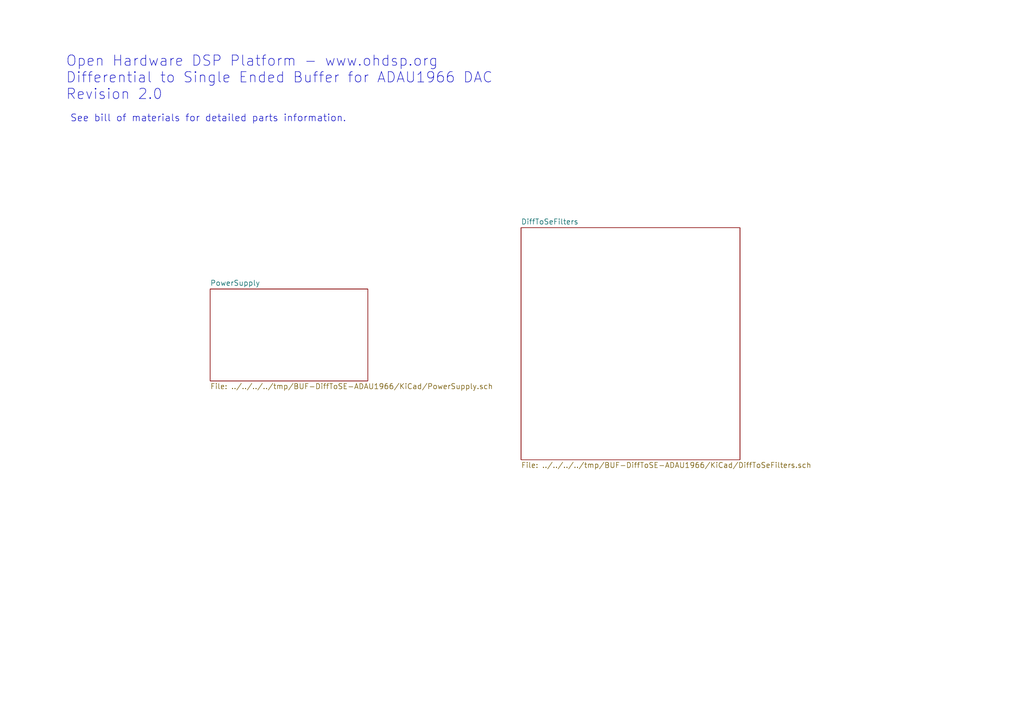
<source format=kicad_sch>
(kicad_sch (version 20230121) (generator eeschema)
  (paper "A4")
  (title_block (title "Differential to Single Ended Buffer for ADAU1966 DAC") (date "2016-05-25") (rev "2.0") (company "Open Hardware DSP Platform - www.ohdsp.org") (comment 1 "MERCHANTABILITY, SATISFACTORY QUALITY AND FITNESS FOR A PARTICULAR PURPOSE.") (comment 2 "is distributed WITHOUT ANY EXPRESS OR IMPLIED WARRANTY, INCLUDING OF") (comment 3 "Licensed under the TAPR Open Hardware License (www.tapr.org/OHL). This documentation") (comment 4 "Copyright Paul Janicki 2016"))
  (lib_symbols)
  (text "Open Hardware DSP Platform - www.ohdsp.org\nDifferential to Single Ended Buffer for ADAU1966 DAC\nRevision 2.0" (at 19.05 29.21 0) (effects (font (size 2.9972 2.9972)) (justify left bottom)))
  (text "See bill of materials for detailed parts information." (at 20.32 35.56 0) (effects (font (size 2.0066 2.0066)) (justify left bottom)))
  (sheet (at 60.96 83.82) (size 45.72 26.67)
    (property "Sheetname" "PowerSupply" (at 60.96 82.9814 0) (effects (font (size 1.524 1.524)) (justify left bottom)))
    (property "Sheetfile" "../../../../tmp/BUF-DiffToSE-ADAU1966/KiCad/PowerSupply.sch" (at 60.96 111.1762 0) (effects (font (size 1.524 1.524)) (justify left top)))
  )
  (sheet (at 151.13 66.04) (size 63.5 67.31)
    (property "Sheetname" "DiffToSeFilters" (at 151.13 65.2014 0) (effects (font (size 1.524 1.524)) (justify left bottom)))
    (property "Sheetfile" "../../../../tmp/BUF-DiffToSE-ADAU1966/KiCad/DiffToSeFilters.sch" (at 151.13 134.0362 0) (effects (font (size 1.524 1.524)) (justify left top)))
  )
)
</source>
